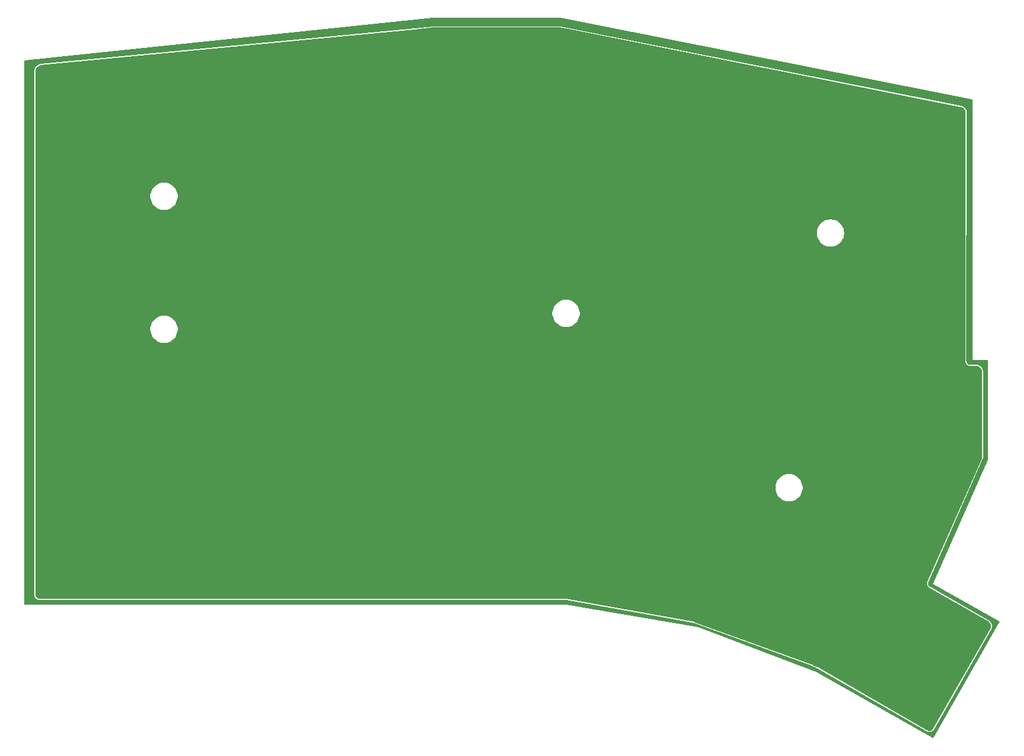
<source format=gbr>
G04 #@! TF.GenerationSoftware,KiCad,Pcbnew,8.0.0*
G04 #@! TF.CreationDate,2024-03-14T17:27:31+09:00*
G04 #@! TF.ProjectId,Pinky3,50696e6b-7933-42e6-9b69-6361645f7063,0.3*
G04 #@! TF.SameCoordinates,Original*
G04 #@! TF.FileFunction,Copper,L2,Bot*
G04 #@! TF.FilePolarity,Positive*
%FSLAX46Y46*%
G04 Gerber Fmt 4.6, Leading zero omitted, Abs format (unit mm)*
G04 Created by KiCad (PCBNEW 8.0.0) date 2024-03-14 17:27:31*
%MOMM*%
%LPD*%
G01*
G04 APERTURE LIST*
G04 APERTURE END LIST*
G04 #@! TA.AperFunction,Conductor*
G36*
X116204717Y-54377900D02*
G01*
X173545529Y-65735396D01*
X173579835Y-65753019D01*
X173580875Y-65750808D01*
X173598932Y-65759295D01*
X173598933Y-65759295D01*
X173598935Y-65759297D01*
X173617379Y-65761619D01*
X173629060Y-65763654D01*
X173740608Y-65788551D01*
X173746044Y-65789765D01*
X173768627Y-65797098D01*
X173831236Y-65824185D01*
X173873133Y-65842312D01*
X173893935Y-65853749D01*
X173988108Y-65917772D01*
X174006400Y-65932914D01*
X174086883Y-66013464D01*
X174102009Y-66031769D01*
X174165946Y-66125984D01*
X174177369Y-66146800D01*
X174222498Y-66251344D01*
X174229813Y-66273937D01*
X174253491Y-66380443D01*
X174256494Y-66407851D01*
X174238472Y-102052762D01*
X174238452Y-102052902D01*
X174238452Y-102095583D01*
X174238437Y-102122574D01*
X174238487Y-102123083D01*
X174238487Y-102171886D01*
X174238487Y-102171890D01*
X174238488Y-102171892D01*
X174268290Y-102321710D01*
X174326746Y-102462837D01*
X174411610Y-102589849D01*
X174479913Y-102658155D01*
X174519621Y-102697865D01*
X174519623Y-102697867D01*
X174646628Y-102782734D01*
X174646628Y-102782735D01*
X174681909Y-102797350D01*
X174787752Y-102841198D01*
X174937570Y-102871008D01*
X175013755Y-102871012D01*
X175855358Y-102875274D01*
X175856757Y-102875500D01*
X175875469Y-102875500D01*
X175893821Y-102875500D01*
X175906171Y-102876106D01*
X176028990Y-102888204D01*
X176053213Y-102893022D01*
X176165380Y-102927047D01*
X176188198Y-102936499D01*
X176291565Y-102991749D01*
X176312103Y-103005472D01*
X176402706Y-103079828D01*
X176420171Y-103097293D01*
X176494527Y-103187896D01*
X176508250Y-103208434D01*
X176563499Y-103311798D01*
X176572952Y-103334619D01*
X176606977Y-103446786D01*
X176611795Y-103471010D01*
X176623893Y-103593835D01*
X176624500Y-103606186D01*
X176624500Y-116057349D01*
X176613694Y-116108401D01*
X168832871Y-133665125D01*
X168830377Y-133670419D01*
X168799597Y-133731982D01*
X168797291Y-133740404D01*
X168760768Y-133873773D01*
X168750347Y-134020415D01*
X168763385Y-134123839D01*
X168768735Y-134166280D01*
X168768736Y-134166281D01*
X168815221Y-134305739D01*
X168888025Y-134433456D01*
X168888027Y-134433458D01*
X168888028Y-134433460D01*
X168984351Y-134544521D01*
X169100490Y-134634656D01*
X169161222Y-134665022D01*
X169167386Y-134668321D01*
X175876990Y-138502379D01*
X177408510Y-139377534D01*
X177557161Y-139462477D01*
X177567571Y-139469123D01*
X177653887Y-139530397D01*
X177669229Y-139541288D01*
X177687871Y-139557490D01*
X177769214Y-139643567D01*
X177784338Y-139663097D01*
X177847322Y-139763385D01*
X177858345Y-139785489D01*
X177900554Y-139896139D01*
X177907051Y-139919959D01*
X177926864Y-140036729D01*
X177928589Y-140061363D01*
X177925241Y-140179748D01*
X177922126Y-140204250D01*
X177895749Y-140319702D01*
X177887913Y-140343128D01*
X177836975Y-140456893D01*
X177831378Y-140467911D01*
X177812722Y-140500561D01*
X177812576Y-140500947D01*
X169642222Y-154848886D01*
X169629084Y-154867726D01*
X169553171Y-154957817D01*
X169532688Y-154977223D01*
X169439935Y-155047179D01*
X169415648Y-155061540D01*
X169309651Y-155109104D01*
X169282777Y-155117700D01*
X169168858Y-155140483D01*
X169140747Y-155142884D01*
X169024611Y-155139748D01*
X168996667Y-155135833D01*
X168884142Y-155106932D01*
X168857775Y-155096899D01*
X168748161Y-155040416D01*
X168736004Y-155033262D01*
X168715970Y-155019908D01*
X168702219Y-155014116D01*
X153160985Y-146048019D01*
X153152677Y-146042785D01*
X153143545Y-146036521D01*
X153143544Y-146036520D01*
X153140714Y-146035307D01*
X153127392Y-146028638D01*
X153124723Y-146027098D01*
X153114219Y-146023536D01*
X153105055Y-146020024D01*
X152452492Y-145740354D01*
X152442002Y-145734954D01*
X152431088Y-145730973D01*
X152424640Y-145728418D01*
X152413960Y-145723841D01*
X152402611Y-145720587D01*
X135503796Y-139557490D01*
X135449727Y-139537770D01*
X135439076Y-139533324D01*
X135432882Y-139530398D01*
X135432881Y-139530397D01*
X135432879Y-139530396D01*
X135432878Y-139530396D01*
X135428566Y-139529318D01*
X135415955Y-139525454D01*
X135411757Y-139523923D01*
X135404959Y-139522872D01*
X135393655Y-139520590D01*
X134642065Y-139332692D01*
X134628511Y-139328375D01*
X134620082Y-139326882D01*
X134611505Y-139325052D01*
X134603209Y-139322978D01*
X134589059Y-139321385D01*
X117134816Y-136229491D01*
X117123478Y-136226182D01*
X117112888Y-136224076D01*
X117100553Y-136222992D01*
X117089751Y-136223219D01*
X117078015Y-136224500D01*
X41707079Y-136224500D01*
X41692971Y-136223708D01*
X41575140Y-136210431D01*
X41547633Y-136204152D01*
X41514001Y-136192384D01*
X41442439Y-136167343D01*
X41417020Y-136155102D01*
X41369835Y-136125454D01*
X41322648Y-136095805D01*
X41300591Y-136078214D01*
X41221785Y-135999408D01*
X41204195Y-135977352D01*
X41144896Y-135882978D01*
X41132656Y-135857560D01*
X41121686Y-135826210D01*
X41095845Y-135752359D01*
X41089569Y-135724863D01*
X41076292Y-135607027D01*
X41075500Y-135592920D01*
X41075500Y-120427845D01*
X147049500Y-120427845D01*
X147082872Y-120681332D01*
X147082873Y-120681338D01*
X147082874Y-120681340D01*
X147149050Y-120928313D01*
X147246896Y-121164535D01*
X147246897Y-121164536D01*
X147246902Y-121164546D01*
X147374736Y-121385961D01*
X147374741Y-121385967D01*
X147530385Y-121588807D01*
X147530404Y-121588828D01*
X147711171Y-121769595D01*
X147711181Y-121769604D01*
X147711187Y-121769610D01*
X147914035Y-121925261D01*
X148135465Y-122053104D01*
X148371687Y-122150950D01*
X148618660Y-122217126D01*
X148618666Y-122217126D01*
X148618667Y-122217127D01*
X148647751Y-122220956D01*
X148872157Y-122250500D01*
X148872164Y-122250500D01*
X149127836Y-122250500D01*
X149127843Y-122250500D01*
X149381340Y-122217126D01*
X149628313Y-122150950D01*
X149864535Y-122053104D01*
X150085965Y-121925261D01*
X150288813Y-121769610D01*
X150469610Y-121588813D01*
X150625261Y-121385965D01*
X150753104Y-121164535D01*
X150850950Y-120928313D01*
X150917126Y-120681340D01*
X150950500Y-120427843D01*
X150950500Y-120172157D01*
X150917126Y-119918660D01*
X150850950Y-119671687D01*
X150753104Y-119435465D01*
X150625261Y-119214035D01*
X150469610Y-119011187D01*
X150469604Y-119011181D01*
X150469595Y-119011171D01*
X150288828Y-118830404D01*
X150288807Y-118830385D01*
X150195548Y-118758825D01*
X150085965Y-118674739D01*
X150085963Y-118674738D01*
X150085961Y-118674736D01*
X149864546Y-118546902D01*
X149864541Y-118546899D01*
X149864535Y-118546896D01*
X149628313Y-118449050D01*
X149381340Y-118382874D01*
X149381338Y-118382873D01*
X149381332Y-118382872D01*
X149127845Y-118349500D01*
X149127843Y-118349500D01*
X148872157Y-118349500D01*
X148872154Y-118349500D01*
X148618667Y-118382872D01*
X148371687Y-118449050D01*
X148135463Y-118546897D01*
X148135453Y-118546902D01*
X147914038Y-118674736D01*
X147914032Y-118674741D01*
X147711192Y-118830385D01*
X147711171Y-118830404D01*
X147530404Y-119011171D01*
X147530385Y-119011192D01*
X147374741Y-119214032D01*
X147374736Y-119214038D01*
X147246902Y-119435453D01*
X147246897Y-119435463D01*
X147149050Y-119671687D01*
X147082872Y-119918667D01*
X147049500Y-120172154D01*
X147049500Y-120427845D01*
X41075500Y-120427845D01*
X41075500Y-97727845D01*
X57549500Y-97727845D01*
X57582872Y-97981332D01*
X57582873Y-97981338D01*
X57582874Y-97981340D01*
X57649050Y-98228313D01*
X57746896Y-98464535D01*
X57746897Y-98464536D01*
X57746902Y-98464546D01*
X57874736Y-98685961D01*
X57874741Y-98685967D01*
X58030385Y-98888807D01*
X58030404Y-98888828D01*
X58211171Y-99069595D01*
X58211181Y-99069604D01*
X58211187Y-99069610D01*
X58414035Y-99225261D01*
X58635465Y-99353104D01*
X58871687Y-99450950D01*
X59118660Y-99517126D01*
X59118666Y-99517126D01*
X59118667Y-99517127D01*
X59147751Y-99520956D01*
X59372157Y-99550500D01*
X59372164Y-99550500D01*
X59627836Y-99550500D01*
X59627843Y-99550500D01*
X59881340Y-99517126D01*
X60128313Y-99450950D01*
X60364535Y-99353104D01*
X60585965Y-99225261D01*
X60788813Y-99069610D01*
X60969610Y-98888813D01*
X61125261Y-98685965D01*
X61253104Y-98464535D01*
X61350950Y-98228313D01*
X61417126Y-97981340D01*
X61450500Y-97727843D01*
X61450500Y-97472157D01*
X61417126Y-97218660D01*
X61350950Y-96971687D01*
X61253104Y-96735465D01*
X61125261Y-96514035D01*
X60969610Y-96311187D01*
X60969604Y-96311181D01*
X60969595Y-96311171D01*
X60788828Y-96130404D01*
X60788807Y-96130385D01*
X60695548Y-96058825D01*
X60585965Y-95974739D01*
X60585963Y-95974738D01*
X60585961Y-95974736D01*
X60364546Y-95846902D01*
X60364541Y-95846899D01*
X60364535Y-95846896D01*
X60128313Y-95749050D01*
X59881340Y-95682874D01*
X59881338Y-95682873D01*
X59881332Y-95682872D01*
X59627845Y-95649500D01*
X59627843Y-95649500D01*
X59372157Y-95649500D01*
X59372154Y-95649500D01*
X59118667Y-95682872D01*
X58871687Y-95749050D01*
X58635463Y-95846897D01*
X58635453Y-95846902D01*
X58414038Y-95974736D01*
X58414032Y-95974741D01*
X58211192Y-96130385D01*
X58211171Y-96130404D01*
X58030404Y-96311171D01*
X58030385Y-96311192D01*
X57874741Y-96514032D01*
X57874736Y-96514038D01*
X57746902Y-96735453D01*
X57746897Y-96735463D01*
X57746896Y-96735465D01*
X57723009Y-96793134D01*
X57649050Y-96971687D01*
X57582872Y-97218667D01*
X57549500Y-97472154D01*
X57549500Y-97727845D01*
X41075500Y-97727845D01*
X41075500Y-95451365D01*
X115127115Y-95451365D01*
X115160487Y-95704852D01*
X115160488Y-95704858D01*
X115160489Y-95704860D01*
X115226665Y-95951833D01*
X115324511Y-96188055D01*
X115324512Y-96188056D01*
X115324517Y-96188066D01*
X115452351Y-96409481D01*
X115452356Y-96409487D01*
X115608000Y-96612327D01*
X115608019Y-96612348D01*
X115788786Y-96793115D01*
X115788796Y-96793124D01*
X115788802Y-96793130D01*
X115991650Y-96948781D01*
X116213080Y-97076624D01*
X116449302Y-97174470D01*
X116696275Y-97240646D01*
X116696281Y-97240646D01*
X116696282Y-97240647D01*
X116725366Y-97244476D01*
X116949772Y-97274020D01*
X116949779Y-97274020D01*
X117205451Y-97274020D01*
X117205458Y-97274020D01*
X117458955Y-97240646D01*
X117705928Y-97174470D01*
X117942150Y-97076624D01*
X118163580Y-96948781D01*
X118366428Y-96793130D01*
X118547225Y-96612333D01*
X118702876Y-96409485D01*
X118830719Y-96188055D01*
X118928565Y-95951833D01*
X118994741Y-95704860D01*
X119028115Y-95451363D01*
X119028115Y-95195677D01*
X118994741Y-94942180D01*
X118928565Y-94695207D01*
X118830719Y-94458985D01*
X118702876Y-94237555D01*
X118547225Y-94034707D01*
X118547219Y-94034701D01*
X118547210Y-94034691D01*
X118366443Y-93853924D01*
X118366422Y-93853905D01*
X118273163Y-93782345D01*
X118163580Y-93698259D01*
X118163578Y-93698258D01*
X118163576Y-93698256D01*
X117942161Y-93570422D01*
X117942156Y-93570419D01*
X117942150Y-93570416D01*
X117705928Y-93472570D01*
X117458955Y-93406394D01*
X117458953Y-93406393D01*
X117458947Y-93406392D01*
X117205460Y-93373020D01*
X117205458Y-93373020D01*
X116949772Y-93373020D01*
X116949769Y-93373020D01*
X116696282Y-93406392D01*
X116449302Y-93472570D01*
X116213078Y-93570417D01*
X116213068Y-93570422D01*
X115991653Y-93698256D01*
X115991647Y-93698261D01*
X115788807Y-93853905D01*
X115788786Y-93853924D01*
X115608019Y-94034691D01*
X115608000Y-94034712D01*
X115452356Y-94237552D01*
X115452351Y-94237558D01*
X115324517Y-94458973D01*
X115324512Y-94458983D01*
X115226665Y-94695207D01*
X115160487Y-94942187D01*
X115127115Y-95195674D01*
X115127115Y-95451365D01*
X41075500Y-95451365D01*
X41075500Y-83947845D01*
X152989500Y-83947845D01*
X153022872Y-84201332D01*
X153022873Y-84201338D01*
X153022874Y-84201340D01*
X153089050Y-84448313D01*
X153186896Y-84684535D01*
X153186897Y-84684536D01*
X153186902Y-84684546D01*
X153314736Y-84905961D01*
X153314741Y-84905967D01*
X153470385Y-85108807D01*
X153470404Y-85108828D01*
X153651171Y-85289595D01*
X153651181Y-85289604D01*
X153651187Y-85289610D01*
X153854035Y-85445261D01*
X154075465Y-85573104D01*
X154311687Y-85670950D01*
X154558660Y-85737126D01*
X154558666Y-85737126D01*
X154558667Y-85737127D01*
X154587751Y-85740956D01*
X154812157Y-85770500D01*
X154812164Y-85770500D01*
X155067836Y-85770500D01*
X155067843Y-85770500D01*
X155321340Y-85737126D01*
X155568313Y-85670950D01*
X155804535Y-85573104D01*
X156025965Y-85445261D01*
X156228813Y-85289610D01*
X156409610Y-85108813D01*
X156565261Y-84905965D01*
X156693104Y-84684535D01*
X156790950Y-84448313D01*
X156857126Y-84201340D01*
X156890500Y-83947843D01*
X156890500Y-83692157D01*
X156857126Y-83438660D01*
X156790950Y-83191687D01*
X156693104Y-82955465D01*
X156565261Y-82734035D01*
X156409610Y-82531187D01*
X156409604Y-82531181D01*
X156409595Y-82531171D01*
X156228828Y-82350404D01*
X156228807Y-82350385D01*
X156135548Y-82278825D01*
X156025965Y-82194739D01*
X156025963Y-82194738D01*
X156025961Y-82194736D01*
X155804546Y-82066902D01*
X155804541Y-82066899D01*
X155804535Y-82066896D01*
X155568313Y-81969050D01*
X155321340Y-81902874D01*
X155321338Y-81902873D01*
X155321332Y-81902872D01*
X155067845Y-81869500D01*
X155067843Y-81869500D01*
X154812157Y-81869500D01*
X154812154Y-81869500D01*
X154558667Y-81902872D01*
X154311687Y-81969050D01*
X154075463Y-82066897D01*
X154075453Y-82066902D01*
X153854038Y-82194736D01*
X153854032Y-82194741D01*
X153651192Y-82350385D01*
X153651171Y-82350404D01*
X153470404Y-82531171D01*
X153470385Y-82531192D01*
X153314741Y-82734032D01*
X153314736Y-82734038D01*
X153186902Y-82955453D01*
X153186897Y-82955463D01*
X153089050Y-83191687D01*
X153022872Y-83438667D01*
X152989500Y-83692154D01*
X152989500Y-83947845D01*
X41075500Y-83947845D01*
X41075500Y-78677845D01*
X57549500Y-78677845D01*
X57582872Y-78931332D01*
X57582873Y-78931338D01*
X57582874Y-78931340D01*
X57649050Y-79178313D01*
X57746896Y-79414535D01*
X57746897Y-79414536D01*
X57746902Y-79414546D01*
X57874736Y-79635961D01*
X57874741Y-79635967D01*
X58030385Y-79838807D01*
X58030404Y-79838828D01*
X58211171Y-80019595D01*
X58211181Y-80019604D01*
X58211187Y-80019610D01*
X58414035Y-80175261D01*
X58635465Y-80303104D01*
X58871687Y-80400950D01*
X59118660Y-80467126D01*
X59118666Y-80467126D01*
X59118667Y-80467127D01*
X59147751Y-80470956D01*
X59372157Y-80500500D01*
X59372164Y-80500500D01*
X59627836Y-80500500D01*
X59627843Y-80500500D01*
X59881340Y-80467126D01*
X60128313Y-80400950D01*
X60364535Y-80303104D01*
X60585965Y-80175261D01*
X60788813Y-80019610D01*
X60969610Y-79838813D01*
X61125261Y-79635965D01*
X61253104Y-79414535D01*
X61350950Y-79178313D01*
X61417126Y-78931340D01*
X61450500Y-78677843D01*
X61450500Y-78422157D01*
X61417126Y-78168660D01*
X61350950Y-77921687D01*
X61253104Y-77685465D01*
X61125261Y-77464035D01*
X60969610Y-77261187D01*
X60969604Y-77261181D01*
X60969595Y-77261171D01*
X60788828Y-77080404D01*
X60788807Y-77080385D01*
X60695548Y-77008825D01*
X60585965Y-76924739D01*
X60585963Y-76924738D01*
X60585961Y-76924736D01*
X60364546Y-76796902D01*
X60364541Y-76796899D01*
X60364535Y-76796896D01*
X60128313Y-76699050D01*
X59881340Y-76632874D01*
X59881338Y-76632873D01*
X59881332Y-76632872D01*
X59627845Y-76599500D01*
X59627843Y-76599500D01*
X59372157Y-76599500D01*
X59372154Y-76599500D01*
X59118667Y-76632872D01*
X58871687Y-76699050D01*
X58635463Y-76796897D01*
X58635453Y-76796902D01*
X58414038Y-76924736D01*
X58414032Y-76924741D01*
X58211192Y-77080385D01*
X58211171Y-77080404D01*
X58030404Y-77261171D01*
X58030385Y-77261192D01*
X57874741Y-77464032D01*
X57874736Y-77464038D01*
X57746902Y-77685453D01*
X57746897Y-77685463D01*
X57649050Y-77921687D01*
X57582872Y-78168667D01*
X57549500Y-78422154D01*
X57549500Y-78677845D01*
X41075500Y-78677845D01*
X41075500Y-60533525D01*
X41079477Y-60502120D01*
X41083888Y-60484982D01*
X41106463Y-60397265D01*
X41113662Y-60376792D01*
X41171706Y-60248352D01*
X41182314Y-60229419D01*
X41261546Y-60112851D01*
X41275240Y-60096028D01*
X41373314Y-59994790D01*
X41389701Y-59980562D01*
X41503690Y-59897670D01*
X41522284Y-59886463D01*
X41648804Y-59824375D01*
X41669041Y-59816528D01*
X41801400Y-59777941D01*
X41824621Y-59773484D01*
X95318962Y-54642588D01*
X98097605Y-54376076D01*
X98109635Y-54375500D01*
X116180237Y-54375500D01*
X116204717Y-54377900D01*
G37*
G04 #@! TD.AperFunction*
G04 #@! TA.AperFunction,Conductor*
G36*
X116312144Y-53002409D02*
G01*
X175158526Y-64679863D01*
X175221450Y-64712742D01*
X175256610Y-64774421D01*
X175260000Y-64803453D01*
X175260000Y-102000000D01*
X177374000Y-102000000D01*
X177442121Y-102020002D01*
X177488614Y-102073658D01*
X177500000Y-102126000D01*
X177500000Y-116273295D01*
X177489167Y-116324408D01*
X169599999Y-134099999D01*
X169600000Y-134099999D01*
X169600000Y-134100000D01*
X179089151Y-139437647D01*
X179138717Y-139488478D01*
X179152934Y-139558036D01*
X179136615Y-139610261D01*
X169662512Y-156091254D01*
X169611222Y-156140344D01*
X169541533Y-156153911D01*
X169490974Y-156137979D01*
X152900000Y-146700000D01*
X152899999Y-146699999D01*
X152899998Y-146699999D01*
X136000004Y-140300001D01*
X136000001Y-140300000D01*
X136000000Y-140300000D01*
X117100000Y-137100000D01*
X117099998Y-137100000D01*
X39626000Y-137100000D01*
X39557879Y-137079998D01*
X39511386Y-137026342D01*
X39500000Y-136974000D01*
X39500000Y-60543605D01*
X40915641Y-60543605D01*
X40918595Y-60563340D01*
X40917994Y-60563429D01*
X40924500Y-60591043D01*
X40924500Y-135676382D01*
X40939615Y-135752367D01*
X40954302Y-135826205D01*
X41012761Y-135967337D01*
X41069468Y-136052205D01*
X41097629Y-136094351D01*
X41097634Y-136094357D01*
X41205642Y-136202365D01*
X41205648Y-136202370D01*
X41332663Y-136287239D01*
X41473795Y-136345698D01*
X41623620Y-136375500D01*
X41684982Y-136375500D01*
X116084982Y-136375500D01*
X117082293Y-136375500D01*
X117104271Y-136377432D01*
X134579933Y-139473119D01*
X134588472Y-139474940D01*
X135371456Y-139670687D01*
X135384051Y-139674547D01*
X152003259Y-145735671D01*
X152368902Y-145869023D01*
X152375365Y-145871584D01*
X152774835Y-146042785D01*
X153059284Y-146164691D01*
X153072613Y-146171363D01*
X153988917Y-146700000D01*
X168656618Y-155162136D01*
X168663544Y-155166436D01*
X168723406Y-155206343D01*
X168850249Y-155258727D01*
X168868439Y-155266239D01*
X169022374Y-155296691D01*
X169179292Y-155296527D01*
X169333164Y-155265753D01*
X169478074Y-155205551D01*
X169608456Y-155118236D01*
X169719298Y-155007161D01*
X169749239Y-154962249D01*
X169757929Y-154950843D01*
X169758173Y-154950413D01*
X169758177Y-154950411D01*
X169762110Y-154943502D01*
X169766733Y-154936009D01*
X169776427Y-154921468D01*
X169776426Y-154921466D01*
X169779629Y-154916664D01*
X169785785Y-154901927D01*
X177965732Y-140537143D01*
X177965825Y-140536980D01*
X177996155Y-140483901D01*
X178008637Y-140462058D01*
X178063734Y-140297344D01*
X178085637Y-140125046D01*
X178073506Y-139951785D01*
X178027806Y-139784221D01*
X177950295Y-139628791D01*
X177843950Y-139491470D01*
X177840507Y-139488478D01*
X177818248Y-139469132D01*
X177712858Y-139377534D01*
X177650498Y-139341899D01*
X169273399Y-134554985D01*
X169262943Y-134547060D01*
X169240095Y-134535635D01*
X169227837Y-134528621D01*
X169189677Y-134503846D01*
X169133858Y-134467606D01*
X169112065Y-134449690D01*
X169096306Y-134433456D01*
X169038984Y-134374406D01*
X169021729Y-134352097D01*
X168967230Y-134262434D01*
X168955369Y-134236838D01*
X168922192Y-134137305D01*
X168916323Y-134109709D01*
X168915375Y-134099999D01*
X168906125Y-134005282D01*
X168906543Y-133977085D01*
X168919838Y-133873003D01*
X168926524Y-133845597D01*
X168965095Y-133740404D01*
X168970697Y-133727428D01*
X168982814Y-133703195D01*
X168985969Y-133692354D01*
X176758479Y-116154384D01*
X176761363Y-116149146D01*
X176764004Y-116142768D01*
X176764006Y-116142767D01*
X176768838Y-116131098D01*
X176769996Y-116128397D01*
X176775110Y-116116861D01*
X176775110Y-116116857D01*
X176775165Y-116116734D01*
X176775500Y-116115154D01*
X176775500Y-116102459D01*
X176775538Y-116099373D01*
X176776013Y-116079964D01*
X176775500Y-116073998D01*
X176775500Y-103513772D01*
X176775499Y-103513768D01*
X176764537Y-103458657D01*
X176741855Y-103344626D01*
X176675858Y-103185295D01*
X176580045Y-103041901D01*
X176458099Y-102919955D01*
X176314705Y-102824142D01*
X176155374Y-102758145D01*
X175986231Y-102724500D01*
X175986229Y-102724500D01*
X175900437Y-102724500D01*
X175899799Y-102724498D01*
X175058491Y-102720237D01*
X175057121Y-102720016D01*
X175021031Y-102720013D01*
X175006929Y-102719220D01*
X174889103Y-102705937D01*
X174861598Y-102699657D01*
X174829075Y-102688275D01*
X174756409Y-102662844D01*
X174730991Y-102650602D01*
X174636627Y-102591305D01*
X174614570Y-102573714D01*
X174575155Y-102534297D01*
X174535764Y-102494903D01*
X174518175Y-102472846D01*
X174511886Y-102462837D01*
X174458880Y-102378475D01*
X174446645Y-102353070D01*
X174409833Y-102247866D01*
X174403557Y-102220374D01*
X174390246Y-102102247D01*
X174389455Y-102088104D01*
X174407484Y-66427170D01*
X174409748Y-66403462D01*
X174409962Y-66402343D01*
X174409965Y-66402339D01*
X174408484Y-66390498D01*
X174407511Y-66374805D01*
X174407513Y-66372385D01*
X174407511Y-66372382D01*
X174407512Y-66372379D01*
X174405098Y-66360206D01*
X174405958Y-66360035D01*
X174403608Y-66351123D01*
X174396659Y-66295165D01*
X174345237Y-66136351D01*
X174282433Y-66021899D01*
X174264934Y-65990009D01*
X174264932Y-65990006D01*
X174158598Y-65861329D01*
X174158596Y-65861327D01*
X174135624Y-65842311D01*
X174030004Y-65754882D01*
X173964153Y-65718675D01*
X173883726Y-65674455D01*
X173801044Y-65647607D01*
X173724955Y-65622901D01*
X173724953Y-65622900D01*
X173724954Y-65622900D01*
X173717569Y-65621977D01*
X173682035Y-65608751D01*
X173681188Y-65610801D01*
X173669720Y-65606061D01*
X116234214Y-54229809D01*
X116219866Y-54225463D01*
X116210401Y-54223581D01*
X116204650Y-54223017D01*
X116194988Y-54223024D01*
X116180072Y-54224500D01*
X98124865Y-54224500D01*
X98112195Y-54223861D01*
X98107741Y-54223410D01*
X98102392Y-54223924D01*
X98090362Y-54224500D01*
X98084979Y-54224500D01*
X98080572Y-54225376D01*
X98068036Y-54227218D01*
X41832518Y-59621034D01*
X41810991Y-59620806D01*
X41795244Y-59623955D01*
X41782585Y-59625823D01*
X41777843Y-59626278D01*
X41772282Y-59627949D01*
X41760622Y-59630853D01*
X41692284Y-59644450D01*
X41692274Y-59644453D01*
X41515632Y-59712953D01*
X41515628Y-59712955D01*
X41353361Y-59810769D01*
X41210302Y-59934982D01*
X41210293Y-59934993D01*
X41090678Y-60081930D01*
X40998073Y-60247213D01*
X40998071Y-60247216D01*
X40998071Y-60247218D01*
X40952504Y-60376787D01*
X40935212Y-60425955D01*
X40935210Y-60425962D01*
X40928371Y-60467120D01*
X40926751Y-60472788D01*
X40926917Y-60472821D01*
X40923802Y-60488489D01*
X40922796Y-60500688D01*
X40919706Y-60519287D01*
X40919686Y-60519409D01*
X40915641Y-60543605D01*
X39500000Y-60543605D01*
X39500000Y-59213545D01*
X39520002Y-59145424D01*
X39573658Y-59098931D01*
X39612930Y-59088224D01*
X97993488Y-53000678D01*
X98006556Y-53000000D01*
X116287620Y-53000000D01*
X116312144Y-53002409D01*
G37*
G04 #@! TD.AperFunction*
M02*

</source>
